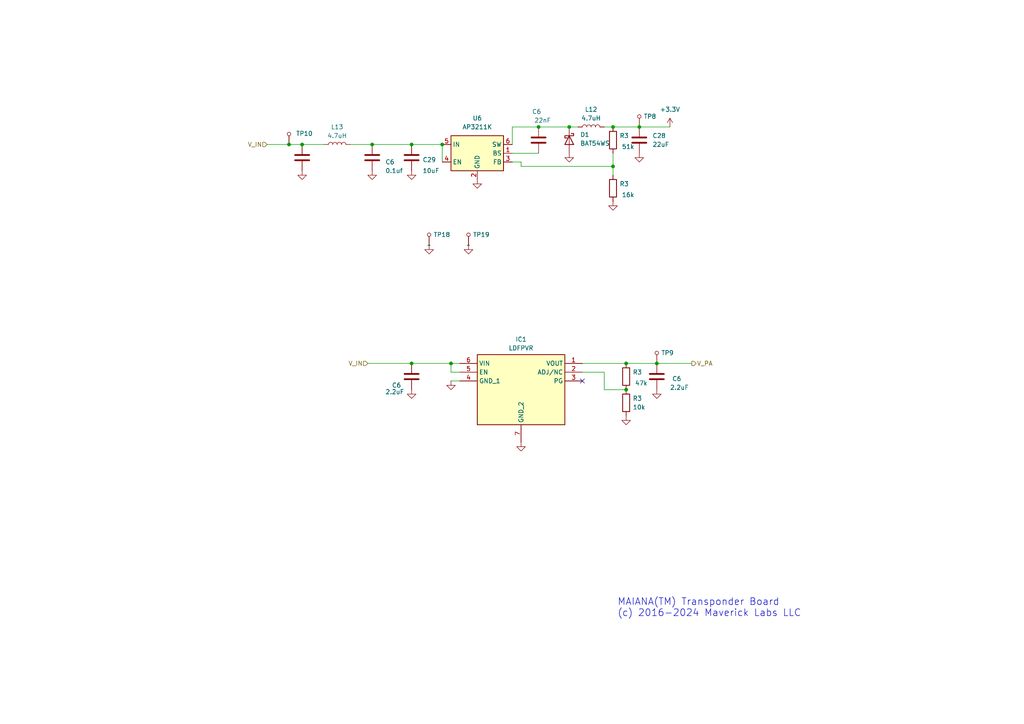
<source format=kicad_sch>
(kicad_sch (version 20230121) (generator eeschema)
  (paper "A4")
  (title_block (title "Power Supply") (date "2024-02-03") (rev "11.9.1"))
  (lib_symbols
    (symbol "Device:C" (pin_numbers hide) (pin_names (offset 0.254))
      (property "Reference" "C" (at 0.635 2.54 0))
      (property "Value" "C" (at 0.635 -2.54 0))
      (symbol "C_0_1"
        (polyline (pts (xy -2.032 -0.762) (xy 2.032 -0.762)) (stroke (width 0.508)))
        (polyline (pts (xy -2.032 0.762) (xy 2.032 0.762)) (stroke (width 0.508)))
      )
      (symbol "C_1_1"
        (pin passive line (at 0 3.81 270) (length 2.794) (name "~") (number "1"))
        (pin passive line (at 0 -3.81 90) (length 2.794) (name "~") (number "2"))
      )
    )
    (symbol "Device:D_Schottky" (pin_numbers hide) (pin_names (offset 1.016) hide)
      (property "Reference" "D" (at 0 2.54 0))
      (property "Value" "D_Schottky" (at 0 -2.54 0))
      (symbol "D_Schottky_0_1"
        (polyline (pts (xy 1.27 0) (xy -1.27 0)))
        (polyline (pts (xy 1.27 1.27) (xy 1.27 -1.27) (xy -1.27 0) (xy 1.27 1.27)) (stroke (width 0.254)))
        (polyline (pts (xy -1.905 0.635) (xy -1.905 1.27) (xy -1.27 1.27) (xy -1.27 -1.27) (xy -0.635 -1.27) (xy -0.635 -0.635)) (stroke (width 0.254)))
      )
      (symbol "D_Schottky_1_1"
        (pin passive line (at -3.81 0 0) (length 2.54) (name "K") (number "1"))
        (pin passive line (at 3.81 0 180) (length 2.54) (name "A") (number "2"))
      )
    )
    (symbol "Device:L" (pin_numbers hide) (pin_names (offset 1.016) hide)
      (property "Reference" "L" (at -1.27 0 90))
      (property "Value" "L" (at 1.905 0 90))
      (symbol "L_0_1"
        (arc (start 0 -2.54) (mid 0.6323 -1.905) (end 0 -1.27))
        (arc (start 0 -1.27) (mid 0.6323 -0.635) (end 0 0))
        (arc (start 0 0) (mid 0.6323 0.635) (end 0 1.27))
        (arc (start 0 1.27) (mid 0.6323 1.905) (end 0 2.54))
      )
      (symbol "L_1_1"
        (pin passive line (at 0 3.81 270) (length 1.27) (name "1") (number "1"))
        (pin passive line (at 0 -3.81 90) (length 1.27) (name "2") (number "2"))
      )
    )
    (symbol "Device:R" (pin_numbers hide) (pin_names (offset 0))
      (property "Reference" "R" (at 2.032 0 90))
      (property "Value" "R" (at 0 0 90))
      (symbol "R_0_1"
        (rectangle (start -1.016 -2.54) (end 1.016 2.54) (stroke (width 0.254)))
      )
      (symbol "R_1_1"
        (pin passive line (at 0 3.81 270) (length 1.27) (name "~") (number "1"))
        (pin passive line (at 0 -3.81 90) (length 1.27) (name "~") (number "2"))
      )
    )
    (symbol "LDFPVR:LDFPVR"
      (property "Reference" "IC" (at 31.75 7.62 0))
      (property "Value" "LDFPVR" (at 31.75 5.08 0))
      (symbol "LDFPVR_1_1"
        (rectangle (start 5.08 2.54) (end 30.48 -17.78) (stroke (width 0.254)) (fill (type background)))
        (pin passive line (at 0 0 0) (length 5.08) (name "VOUT") (number "1"))
        (pin passive line (at 0 -2.54 0) (length 5.08) (name "ADJ/NC") (number "2"))
        (pin passive line (at 0 -5.08 0) (length 5.08) (name "PG") (number "3"))
        (pin passive line (at 35.56 -5.08 180) (length 5.08) (name "GND_1") (number "4"))
        (pin passive line (at 35.56 -2.54 180) (length 5.08) (name "EN") (number "5"))
        (pin passive line (at 35.56 0 180) (length 5.08) (name "VIN") (number "6"))
        (pin passive line (at 17.78 -22.86 90) (length 5.08) (name "GND_2") (number "7"))
      )
    )
    (symbol "Regulator_Switching:AP3211K"
      (property "Reference" "U" (at -7.62 6.35 0))
      (property "Value" "AP3211K" (at 0 6.35 0))
      (symbol "AP3211K_0_1"
        (rectangle (start -7.62 5.08) (end 7.62 -5.08) (stroke (width 0.254)) (fill (type background)))
      )
      (symbol "AP3211K_1_1"
        (pin passive line (at 10.16 0 180) (length 2.54) (name "BS") (number "1"))
        (pin power_in line (at 0 -7.62 90) (length 2.54) (name "GND") (number "2"))
        (pin input line (at 10.16 -2.54 180) (length 2.54) (name "FB") (number "3"))
        (pin input line (at -10.16 -2.54 0) (length 2.54) (name "EN") (number "4"))
        (pin power_in line (at -10.16 2.54 0) (length 2.54) (name "IN") (number "5"))
        (pin passive line (at 10.16 2.54 180) (length 2.54) (name "SW") (number "6"))
      )
    )
    (symbol "TestPads:TestPad-D1.2mm"
      (property "Reference" "TP" (at 1.27 4.826 0))
      (symbol "TestPad-D1.2mm_0_1"
        (circle (center 0 3.048) (radius 0.508))
      )
      (symbol "TestPad-D1.2mm_1_1"
        (pin passive line (at 0 0 90) (length 2.54) (name "P") (number "1"))
      )
    )
    (symbol "power:+3.3V" (power) (pin_names (offset 0))
      (property "Value" "+3.3V" (at 0 3.556 0))
      (symbol "+3.3V_0_1"
        (polyline (pts (xy -0.762 1.27) (xy 0 2.54)))
        (polyline (pts (xy 0 0) (xy 0 2.54)))
        (polyline (pts (xy 0 2.54) (xy 0.762 1.27)))
      )
      (symbol "+3.3V_1_1"
        (pin power_in line (at 0 0 90) (length 0) hide (name "+3.3V") (number "1"))
      )
    )
    (symbol "power:GND" (power) (pin_names (offset 0))
      (property "Value" "GND" (at 0 -3.81 0))
      (symbol "GND_0_1"
        (polyline (pts (xy 0 0) (xy 0 -1.27) (xy 1.27 -1.27) (xy 0 -2.54) (xy -1.27 -1.27) (xy 0 -1.27)))
      )
      (symbol "GND_1_1"
        (pin power_in line (at 0 0 270) (length 0) hide (name "GND") (number "1"))
      )
    )
  )
  (junction (at 181.61 105.41))
  (junction (at 165.1 36.83))
  (junction (at 181.61 113.03))
  (junction (at 119.38 41.91))
  (junction (at 156.21 36.83))
  (junction (at 87.63 41.91))
  (junction (at 119.38 105.41))
  (junction (at 185.42 36.83))
  (junction (at 177.8 48.26))
  (junction (at 107.95 41.91))
  (junction (at 128.27 41.91))
  (junction (at 177.8 36.83))
  (junction (at 190.5 105.41))
  (junction (at 130.81 105.41))
  (junction (at 83.82 41.91))
  (no_connect (at 168.91 110.49))
  (wire (pts (xy 177.8 48.26) (xy 177.8 50.8)))
  (wire (pts (xy 119.38 105.41) (xy 130.81 105.41)))
  (wire (pts (xy 185.42 36.83) (xy 194.31 36.83)))
  (wire (pts (xy 130.81 110.49) (xy 133.35 110.49)))
  (wire (pts (xy 148.59 41.91) (xy 148.59 36.83)))
  (wire (pts (xy 133.35 107.95) (xy 130.81 107.95)))
  (wire (pts (xy 77.47 41.91) (xy 83.82 41.91)))
  (wire (pts (xy 175.26 107.95) (xy 175.26 113.03)))
  (wire (pts (xy 130.81 105.41) (xy 133.35 105.41)))
  (wire (pts (xy 168.91 107.95) (xy 175.26 107.95)))
  (wire (pts (xy 151.13 46.99) (xy 151.13 48.26)))
  (wire (pts (xy 177.8 44.45) (xy 177.8 48.26)))
  (wire (pts (xy 106.68 105.41) (xy 119.38 105.41)))
  (wire (pts (xy 130.81 105.41) (xy 130.81 107.95)))
  (wire (pts (xy 175.26 36.83) (xy 177.8 36.83)))
  (wire (pts (xy 156.21 36.83) (xy 165.1 36.83)))
  (wire (pts (xy 87.63 41.91) (xy 93.98 41.91)))
  (wire (pts (xy 177.8 36.83) (xy 185.42 36.83)))
  (wire (pts (xy 165.1 36.83) (xy 167.64 36.83)))
  (wire (pts (xy 148.59 36.83) (xy 156.21 36.83)))
  (wire (pts (xy 128.27 41.91) (xy 128.27 46.99)))
  (wire (pts (xy 148.59 44.45) (xy 156.21 44.45)))
  (wire (pts (xy 175.26 113.03) (xy 181.61 113.03)))
  (wire (pts (xy 181.61 105.41) (xy 190.5 105.41)))
  (wire (pts (xy 151.13 48.26) (xy 177.8 48.26)))
  (wire (pts (xy 190.5 105.41) (xy 200.66 105.41)))
  (wire (pts (xy 119.38 41.91) (xy 128.27 41.91)))
  (wire (pts (xy 101.6 41.91) (xy 107.95 41.91)))
  (wire (pts (xy 107.95 41.91) (xy 119.38 41.91)))
  (wire (pts (xy 168.91 105.41) (xy 181.61 105.41)))
  (wire (pts (xy 148.59 46.99) (xy 151.13 46.99)))
  (wire (pts (xy 83.82 41.91) (xy 87.63 41.91)))
  (text "MAIANA(TM) Transponder Board\n(c) 2016-2024 Maverick Labs LLC" (at 179.07 179.07 0) (effects (font (size 2 2)) (justify left bottom)))
  (hierarchical_label "V_IN" (shape input) (at 106.68 105.41 180))
  (hierarchical_label "V_PA" (shape output) (at 200.66 105.41 0))
  (hierarchical_label "V_IN" (shape input) (at 77.47 41.91 180))
  (symbol (lib_id "Device:C") (at 156.21 40.64 180) (unit 1)
    (property "Reference" "C6" (at 154.305 32.385 0) (effects (justify right)))
    (property "Value" "22nF" (at 154.94 34.925 0) (effects (justify right)))
    (property "Footprint" "Capacitor_SMD:C_0603_1608Metric" (effects hide))
    (instances (project "transponder-11.9.1" (path "" (reference "C6") (unit 1)) (path "" (reference "C27") (unit 1))))
  )
  (symbol (lib_id "LDFPVR:LDFPVR") (at 168.91 105.41 0) (mirror y) (unit 1)
    (property "Reference" "IC1" (at 151.13 98.425 0))
    (property "Value" "LDFPVR" (at 151.13 100.965 0))
    (property "Footprint" "KiCadFootprints:SON65P200X200X100-7N-D" (effects hide))
    (property "Datasheet" "http://www.st.com/content/ccc/resource/technical/document/datasheet/3e/64/32/d3/73/04/4a/70/DM00099995.pdf/files/DM00099995.pdf/jcr:content/translations/en.DM00099995.pdf" (effects hide))
    (property "Height" "1" (effects hide))
    (property "Mouser Part Number" "511-LDFPVR" (effects hide))
    (property "Mouser Price/Stock" "https://www.mouser.co.uk/ProductDetail/STMicroelectronics/LDFPVR?qs=xLDY6iXSiQbeQdnd6kJYEg%3D%3D" (effects hide))
    (property "Manufacturer_Name" "STMicroelectronics" (effects hide))
    (property "Manufacturer_Part_Number" "LDFPVR" (effects hide))
  )
  (symbol (lib_id "power:GND") (at 138.43 52.07 0) (unit 1)
    (property "Reference" "#PWR028" (effects hide))
    (property "Value" "GND" (effects hide))
    (instances (project "transponder-11.9.1" (path "" (reference "#PWR028") (unit 1)) (path "" (reference "#PWR037") (unit 1))))
  )
  (symbol (lib_id "TestPads:TestPad-D1.2mm") (at 135.89 71.12 0) (unit 1)
    (property "Reference" "TP19" (at 137.16 68.072 0) (effects (justify left)))
    (property "Value" "~" (at 135.89 71.12 0))
    (property "Footprint" "TestPads:TP_1.2MM" (effects hide))
  )
  (symbol (lib_id "Device:R") (at 181.61 109.22 0) (unit 1)
    (property "Reference" "R3" (at 183.515 107.95 0) (effects (justify left)))
    (property "Value" "47k" (at 184.15 111.125 0) (effects (justify left)))
    (property "Footprint" "Resistor_SMD:R_0603_1608Metric" (effects hide))
    (instances (project "transponder-11.9.1" (path "" (reference "R3") (unit 1)) (path "" (reference "R5") (unit 1))))
  )
  (symbol (lib_id "Device:L") (at 171.45 36.83 90) (unit 1)
    (property "Reference" "L12" (at 171.45 31.75 90))
    (property "Value" "4.7uH" (at 171.45 34.29 90))
    (property "Footprint" "Resistor_SMD:R_0805_2012Metric" (effects hide))
  )
  (symbol (lib_id "Device:C") (at 190.5 109.22 180) (unit 1)
    (property "Reference" "C6" (at 194.945 109.855 0) (effects (justify right)))
    (property "Value" "2.2uF" (at 194.31 112.395 0) (effects (justify right)))
    (property "Footprint" "Capacitor_SMD:C_0603_1608Metric" (effects hide))
    (instances (project "transponder-11.9.1" (path "" (reference "C6") (unit 1)) (path "" (reference "C19") (unit 1)) (path "" (reference "C23") (unit 1))))
  )
  (symbol (lib_id "TestPads:TestPad-D1.2mm") (at 190.5 105.41 0) (unit 1)
    (property "Reference" "TP9" (at 191.77 102.362 0) (effects (justify left)))
    (property "Value" "~" (at 190.5 105.41 0))
    (property "Footprint" "TestPads:TP_1.2MM" (effects hide))
  )
  (symbol (lib_id "power:GND") (at 181.61 120.65 0) (unit 1)
    (property "Reference" "#PWR028" (effects hide))
    (property "Value" "GND" (effects hide))
    (instances (project "transponder-11.9.1" (path "" (reference "#PWR028") (unit 1)) (path "" (reference "#PWR033") (unit 1))))
  )
  (symbol (lib_id "power:GND") (at 119.38 113.03 0) (unit 1)
    (property "Reference" "#PWR028" (effects hide))
    (property "Value" "GND" (effects hide))
    (instances (project "transponder-11.9.1" (path "" (reference "#PWR028") (unit 1)) (path "" (reference "#PWR036") (unit 1))))
  )
  (symbol (lib_id "Device:C") (at 119.38 109.22 180) (unit 1)
    (property "Reference" "C6" (at 113.665 111.76 0) (effects (justify right)))
    (property "Value" "2.2uF" (at 111.76 113.665 0) (effects (justify right)))
    (property "Footprint" "Capacitor_SMD:C_0603_1608Metric" (effects hide))
    (instances (project "transponder-11.9.1" (path "" (reference "C6") (unit 1)) (path "" (reference "C19") (unit 1)) (path "" (reference "C24") (unit 1))))
  )
  (symbol (lib_id "Device:C") (at 107.95 45.72 180) (unit 1)
    (property "Reference" "C6" (at 111.76 46.99 0) (effects (justify right)))
    (property "Value" "0.1uf" (at 111.76 49.53 0) (effects (justify right)))
    (property "Footprint" "Capacitor_SMD:C_0603_1608Metric" (effects hide))
    (instances (project "transponder-11.9.1" (path "" (reference "C6") (unit 1)) (path "" (reference "C26") (unit 1))))
  )
  (symbol (lib_id "Device:R") (at 177.8 54.61 0) (unit 1)
    (property "Reference" "R3" (at 179.705 53.34 0) (effects (justify left)))
    (property "Value" "16k" (at 180.34 56.515 0) (effects (justify left)))
    (property "Footprint" "Resistor_SMD:R_0603_1608Metric" (effects hide))
    (instances (project "transponder-11.9.1" (path "" (reference "R3") (unit 1)) (path "" (reference "R8") (unit 1))))
  )
  (symbol (lib_id "power:GND") (at 165.1 44.45 0) (unit 1)
    (property "Reference" "#PWR028" (effects hide))
    (property "Value" "GND" (effects hide))
    (instances (project "transponder-11.9.1" (path "" (reference "#PWR028") (unit 1)) (path "" (reference "#PWR041") (unit 1))))
  )
  (symbol (lib_id "power:+3.3V") (at 194.31 36.83 0) (unit 1)
    (property "Reference" "#PWR043" (effects hide))
    (property "Value" "+3.3V" (at 194.31 31.75 0))
  )
  (symbol (lib_id "Device:R") (at 181.61 116.84 0) (unit 1)
    (property "Reference" "R3" (at 183.515 115.57 0) (effects (justify left)))
    (property "Value" "10k" (at 183.515 118.11 0) (effects (justify left)))
    (property "Footprint" "Resistor_SMD:R_0603_1608Metric" (effects hide))
    (instances (project "transponder-11.9.1" (path "" (reference "R3") (unit 1)) (path "" (reference "R6") (unit 1))))
  )
  (symbol (lib_id "Device:D_Schottky") (at 165.1 40.64 270) (unit 1)
    (property "Reference" "D1" (at 168.275 39.0525 90) (effects (justify left)))
    (property "Value" "BAT54WS" (at 168.275 41.5925 90) (effects (justify left)))
    (property "Footprint" "Diode_SMD:D_SOD-323" (effects hide))
  )
  (symbol (lib_id "TestPads:TestPad-D1.2mm") (at 185.42 36.83 0) (unit 1)
    (property "Reference" "TP8" (at 186.69 33.782 0) (effects (justify left)))
    (property "Value" "~" (at 185.42 36.83 0))
    (property "Footprint" "TestPads:TP_1.2MM" (effects hide))
  )
  (symbol (lib_id "Device:C") (at 87.63 45.72 180) (unit 1)
    (property "Reference" "C6" (effects hide))
    (property "Value" "0.1uf" (effects hide))
    (property "Footprint" "Capacitor_SMD:C_0603_1608Metric" (effects hide))
    (instances (project "transponder-11.9.1" (path "" (reference "C6") (unit 1)) (path "" (reference "C25") (unit 1))))
  )
  (symbol (lib_id "power:GND") (at 185.42 44.45 0) (unit 1)
    (property "Reference" "#PWR028" (effects hide))
    (property "Value" "GND" (effects hide))
    (instances (project "transponder-11.9.1" (path "" (reference "#PWR028") (unit 1)) (path "" (reference "#PWR042") (unit 1))))
  )
  (symbol (lib_id "TestPads:TestPad-D1.2mm") (at 83.82 41.91 0) (unit 1)
    (property "Reference" "TP10" (at 85.852 38.735 0) (effects (justify left)))
    (property "Value" "~" (at 83.82 41.91 0))
    (property "Footprint" "TestPads:TP_1.2MM" (effects hide))
  )
  (symbol (lib_id "power:GND") (at 177.8 58.42 0) (unit 1)
    (property "Reference" "#PWR028" (effects hide))
    (property "Value" "GND" (effects hide))
    (instances (project "transponder-11.9.1" (path "" (reference "#PWR028") (unit 1)) (path "" (reference "#PWR044") (unit 1))))
  )
  (symbol (lib_id "Regulator_Switching:AP3211K") (at 138.43 44.45 0) (unit 1)
    (property "Reference" "U6" (at 138.43 34.29 0))
    (property "Value" "AP3211K" (at 138.43 36.83 0))
    (property "Footprint" "Package_TO_SOT_SMD:SOT-23-6" (effects hide))
    (property "Datasheet" "https://www.diodes.com/assets/Datasheets/AP3211.pdf" (effects hide))
  )
  (symbol (lib_id "power:GND") (at 135.89 71.12 0) (unit 1)
    (property "Reference" "#PWR028" (effects hide))
    (property "Value" "GND" (effects hide))
    (instances (project "transponder-11.9.1" (path "" (reference "#PWR028") (unit 1)) (path "" (reference "#PWR075") (unit 1))))
  )
  (symbol (lib_id "Device:C") (at 119.38 45.72 0) (unit 1)
    (property "Reference" "C29" (at 122.555 46.355 0) (effects (justify left)))
    (property "Value" "10uF" (at 122.555 49.53 0) (effects (justify left)))
    (property "Footprint" "Capacitor_SMD:C_0805_2012Metric" (effects hide))
  )
  (symbol (lib_id "power:GND") (at 107.95 49.53 0) (unit 1)
    (property "Reference" "#PWR028" (effects hide))
    (property "Value" "GND" (effects hide))
    (instances (project "transponder-11.9.1" (path "" (reference "#PWR028") (unit 1)) (path "" (reference "#PWR039") (unit 1))))
  )
  (symbol (lib_id "Device:C") (at 185.42 40.64 0) (unit 1)
    (property "Reference" "C28" (at 189.23 39.37 0) (effects (justify left)))
    (property "Value" "22uF" (at 189.23 41.91 0) (effects (justify left)))
    (property "Footprint" "Capacitor_SMD:C_0805_2012Metric" (effects hide))
  )
  (symbol (lib_id "power:GND") (at 130.81 110.49 0) (unit 1)
    (property "Reference" "#PWR028" (effects hide))
    (property "Value" "GND" (effects hide))
    (instances (project "transponder-11.9.1" (path "" (reference "#PWR028") (unit 1)) (path "" (reference "#PWR034") (unit 1))))
  )
  (symbol (lib_id "Device:L") (at 97.79 41.91 90) (unit 1)
    (property "Reference" "L13" (at 97.79 36.83 90))
    (property "Value" "4.7uH" (at 97.79 39.37 90))
    (property "Footprint" "Resistor_SMD:R_0805_2012Metric" (effects hide))
  )
  (symbol (lib_id "power:GND") (at 124.46 71.12 0) (unit 1)
    (property "Reference" "#PWR028" (effects hide))
    (property "Value" "GND" (effects hide))
    (instances (project "transponder-11.9.1" (path "" (reference "#PWR028") (unit 1)) (path "" (reference "#PWR074") (unit 1))))
  )
  (symbol (lib_id "power:GND") (at 151.13 128.27 0) (unit 1)
    (property "Reference" "#PWR028" (effects hide))
    (property "Value" "GND" (effects hide))
    (instances (project "transponder-11.9.1" (path "" (reference "#PWR028") (unit 1)) (path "" (reference "#PWR032") (unit 1))))
  )
  (symbol (lib_id "power:GND") (at 119.38 49.53 0) (unit 1)
    (property "Reference" "#PWR028" (effects hide))
    (property "Value" "GND" (effects hide))
    (instances (project "transponder-11.9.1" (path "" (reference "#PWR028") (unit 1)) (path "" (reference "#PWR038") (unit 1))))
  )
  (symbol (lib_id "Device:R") (at 177.8 40.64 0) (unit 1)
    (property "Reference" "R3" (at 179.705 39.37 0) (effects (justify left)))
    (property "Value" "51k" (at 180.34 42.545 0) (effects (justify left)))
    (property "Footprint" "Resistor_SMD:R_0603_1608Metric" (effects hide))
    (instances (project "transponder-11.9.1" (path "" (reference "R3") (unit 1)) (path "" (reference "R7") (unit 1))))
  )
  (symbol (lib_id "power:GND") (at 190.5 113.03 0) (unit 1)
    (property "Reference" "#PWR028" (effects hide))
    (property "Value" "GND" (effects hide))
    (instances (project "transponder-11.9.1" (path "" (reference "#PWR028") (unit 1)) (path "" (reference "#PWR035") (unit 1))))
  )
  (symbol (lib_id "TestPads:TestPad-D1.2mm") (at 124.46 71.12 0) (unit 1)
    (property "Reference" "TP18" (at 125.73 68.072 0) (effects (justify left)))
    (property "Value" "~" (at 124.46 71.12 0))
    (property "Footprint" "TestPads:TP_1.2MM" (effects hide))
  )
  (symbol (lib_id "power:GND") (at 87.63 49.53 0) (unit 1)
    (property "Reference" "#PWR028" (effects hide))
    (property "Value" "GND" (effects hide))
    (instances (project "transponder-11.9.1" (path "" (reference "#PWR028") (unit 1)) (path "" (reference "#PWR040") (unit 1))))
  )
)
</source>
